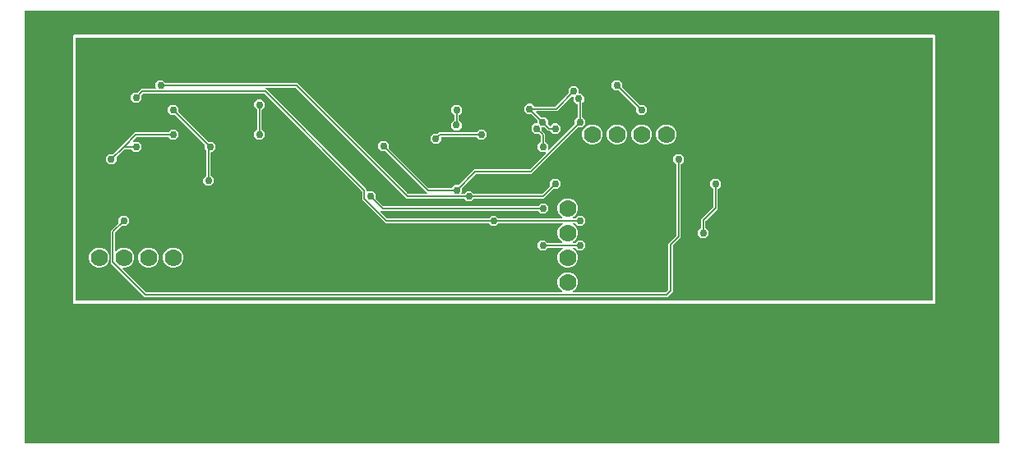
<source format=gbr>
G04 EAGLE Gerber RS-274X export*
G75*
%MOMM*%
%FSLAX34Y34*%
%LPD*%
%INBottom Copper*%
%IPPOS*%
%AMOC8*
5,1,8,0,0,1.08239X$1,22.5*%
G01*
%ADD10C,1.778000*%
%ADD11C,0.756400*%
%ADD12C,0.152400*%

G36*
X1066820Y-140458D02*
X1066820Y-140458D01*
X1066839Y-140460D01*
X1066941Y-140438D01*
X1067043Y-140422D01*
X1067060Y-140412D01*
X1067080Y-140408D01*
X1067169Y-140355D01*
X1067260Y-140306D01*
X1067274Y-140292D01*
X1067291Y-140282D01*
X1067358Y-140203D01*
X1067430Y-140128D01*
X1067438Y-140110D01*
X1067451Y-140095D01*
X1067490Y-139999D01*
X1067533Y-139905D01*
X1067535Y-139885D01*
X1067543Y-139867D01*
X1067561Y-139700D01*
X1067561Y304800D01*
X1067558Y304820D01*
X1067560Y304839D01*
X1067538Y304941D01*
X1067522Y305043D01*
X1067512Y305060D01*
X1067508Y305080D01*
X1067455Y305169D01*
X1067406Y305260D01*
X1067392Y305274D01*
X1067382Y305291D01*
X1067303Y305358D01*
X1067228Y305430D01*
X1067210Y305438D01*
X1067195Y305451D01*
X1067099Y305490D01*
X1067005Y305533D01*
X1066985Y305535D01*
X1066967Y305543D01*
X1066800Y305561D01*
X63500Y305561D01*
X63480Y305558D01*
X63461Y305560D01*
X63359Y305538D01*
X63257Y305522D01*
X63240Y305512D01*
X63220Y305508D01*
X63131Y305455D01*
X63040Y305406D01*
X63026Y305392D01*
X63009Y305382D01*
X62942Y305303D01*
X62871Y305228D01*
X62862Y305210D01*
X62849Y305195D01*
X62810Y305099D01*
X62767Y305005D01*
X62765Y304985D01*
X62757Y304967D01*
X62739Y304800D01*
X62739Y-139700D01*
X62742Y-139720D01*
X62740Y-139739D01*
X62762Y-139841D01*
X62779Y-139943D01*
X62788Y-139960D01*
X62792Y-139980D01*
X62845Y-140069D01*
X62894Y-140160D01*
X62908Y-140174D01*
X62918Y-140191D01*
X62997Y-140258D01*
X63072Y-140330D01*
X63090Y-140338D01*
X63105Y-140351D01*
X63201Y-140390D01*
X63295Y-140433D01*
X63315Y-140435D01*
X63333Y-140443D01*
X63500Y-140461D01*
X1066800Y-140461D01*
X1066820Y-140458D01*
G37*
%LPC*%
G36*
X113668Y3555D02*
X113668Y3555D01*
X112775Y4448D01*
X112775Y279932D01*
X113668Y280825D01*
X1000632Y280825D01*
X1001525Y279932D01*
X1001525Y4448D01*
X1000632Y3555D01*
X113668Y3555D01*
G37*
%LPD*%
G36*
X997734Y6608D02*
X997734Y6608D01*
X997753Y6606D01*
X997855Y6628D01*
X997957Y6644D01*
X997974Y6654D01*
X997994Y6658D01*
X998083Y6711D01*
X998174Y6760D01*
X998188Y6774D01*
X998205Y6784D01*
X998272Y6863D01*
X998344Y6938D01*
X998352Y6956D01*
X998365Y6971D01*
X998404Y7067D01*
X998447Y7161D01*
X998449Y7181D01*
X998457Y7199D01*
X998475Y7366D01*
X998475Y277014D01*
X998472Y277034D01*
X998474Y277053D01*
X998452Y277155D01*
X998436Y277257D01*
X998426Y277274D01*
X998422Y277294D01*
X998369Y277383D01*
X998320Y277474D01*
X998306Y277488D01*
X998296Y277505D01*
X998217Y277572D01*
X998142Y277644D01*
X998124Y277652D01*
X998109Y277665D01*
X998013Y277704D01*
X997919Y277747D01*
X997899Y277749D01*
X997881Y277757D01*
X997714Y277775D01*
X116586Y277775D01*
X116566Y277772D01*
X116547Y277774D01*
X116445Y277752D01*
X116343Y277736D01*
X116326Y277726D01*
X116306Y277722D01*
X116217Y277669D01*
X116126Y277620D01*
X116112Y277606D01*
X116095Y277596D01*
X116028Y277517D01*
X115956Y277442D01*
X115948Y277424D01*
X115935Y277409D01*
X115896Y277313D01*
X115853Y277219D01*
X115851Y277199D01*
X115843Y277181D01*
X115825Y277014D01*
X115825Y7366D01*
X115828Y7346D01*
X115826Y7327D01*
X115848Y7225D01*
X115864Y7123D01*
X115874Y7106D01*
X115878Y7086D01*
X115931Y6997D01*
X115980Y6906D01*
X115994Y6892D01*
X116004Y6875D01*
X116083Y6808D01*
X116158Y6736D01*
X116176Y6728D01*
X116191Y6715D01*
X116287Y6676D01*
X116381Y6633D01*
X116401Y6631D01*
X116419Y6623D01*
X116586Y6605D01*
X997714Y6605D01*
X997734Y6608D01*
G37*
%LPC*%
G36*
X620228Y40385D02*
X620228Y40385D01*
X616400Y41971D01*
X613471Y44900D01*
X611885Y48728D01*
X611885Y52872D01*
X613471Y56700D01*
X616400Y59629D01*
X616689Y59749D01*
X616772Y59800D01*
X616858Y59846D01*
X616876Y59865D01*
X616898Y59878D01*
X616960Y59953D01*
X617027Y60024D01*
X617038Y60048D01*
X617055Y60068D01*
X617090Y60159D01*
X617131Y60247D01*
X617134Y60273D01*
X617143Y60297D01*
X617147Y60395D01*
X617158Y60491D01*
X617152Y60517D01*
X617154Y60543D01*
X617126Y60637D01*
X617106Y60732D01*
X617092Y60754D01*
X617085Y60779D01*
X617030Y60859D01*
X616980Y60943D01*
X616960Y60960D01*
X616945Y60981D01*
X616867Y61039D01*
X616793Y61103D01*
X616768Y61113D01*
X616747Y61128D01*
X616655Y61158D01*
X616565Y61195D01*
X616532Y61198D01*
X616514Y61204D01*
X616481Y61204D01*
X616398Y61213D01*
X602433Y61213D01*
X602343Y61199D01*
X602252Y61191D01*
X602223Y61179D01*
X602191Y61174D01*
X602110Y61131D01*
X602026Y61095D01*
X601994Y61069D01*
X601973Y61058D01*
X601951Y61035D01*
X601895Y60990D01*
X599098Y58193D01*
X594702Y58193D01*
X591593Y61302D01*
X591593Y65698D01*
X594702Y68807D01*
X599098Y68807D01*
X601895Y66010D01*
X601969Y65957D01*
X602039Y65897D01*
X602069Y65885D01*
X602095Y65866D01*
X602182Y65839D01*
X602267Y65805D01*
X602308Y65801D01*
X602330Y65794D01*
X602362Y65795D01*
X602433Y65787D01*
X616398Y65787D01*
X616494Y65802D01*
X616591Y65812D01*
X616615Y65822D01*
X616641Y65826D01*
X616726Y65872D01*
X616816Y65912D01*
X616835Y65929D01*
X616858Y65942D01*
X616925Y66012D01*
X616997Y66078D01*
X617009Y66101D01*
X617027Y66120D01*
X617068Y66208D01*
X617115Y66294D01*
X617120Y66319D01*
X617131Y66343D01*
X617142Y66440D01*
X617159Y66536D01*
X617155Y66562D01*
X617158Y66587D01*
X617137Y66682D01*
X617123Y66779D01*
X617111Y66802D01*
X617106Y66828D01*
X617056Y66911D01*
X617012Y66998D01*
X616993Y67017D01*
X616980Y67039D01*
X616906Y67102D01*
X616836Y67170D01*
X616808Y67186D01*
X616793Y67199D01*
X616762Y67211D01*
X616689Y67251D01*
X616400Y67371D01*
X613471Y70300D01*
X611885Y74128D01*
X611885Y78272D01*
X613471Y82100D01*
X616400Y85029D01*
X616689Y85149D01*
X616772Y85200D01*
X616858Y85246D01*
X616876Y85265D01*
X616898Y85278D01*
X616960Y85353D01*
X617027Y85424D01*
X617038Y85448D01*
X617055Y85468D01*
X617090Y85559D01*
X617131Y85647D01*
X617134Y85673D01*
X617143Y85697D01*
X617147Y85795D01*
X617158Y85891D01*
X617152Y85917D01*
X617154Y85943D01*
X617126Y86037D01*
X617106Y86132D01*
X617092Y86154D01*
X617085Y86179D01*
X617030Y86259D01*
X616980Y86343D01*
X616960Y86360D01*
X616945Y86381D01*
X616867Y86439D01*
X616793Y86503D01*
X616768Y86513D01*
X616747Y86528D01*
X616655Y86558D01*
X616565Y86595D01*
X616532Y86598D01*
X616514Y86604D01*
X616481Y86604D01*
X616398Y86613D01*
X551633Y86613D01*
X551543Y86599D01*
X551452Y86591D01*
X551423Y86579D01*
X551391Y86574D01*
X551310Y86531D01*
X551226Y86495D01*
X551194Y86469D01*
X551173Y86458D01*
X551151Y86435D01*
X551095Y86390D01*
X548298Y83593D01*
X543902Y83593D01*
X541105Y86390D01*
X541031Y86443D01*
X540961Y86503D01*
X540931Y86515D01*
X540905Y86534D01*
X540818Y86561D01*
X540733Y86595D01*
X540692Y86599D01*
X540670Y86606D01*
X540638Y86605D01*
X540567Y86613D01*
X434971Y86613D01*
X410745Y110839D01*
X410745Y119105D01*
X410731Y119196D01*
X410723Y119286D01*
X410711Y119316D01*
X410706Y119348D01*
X410663Y119429D01*
X410627Y119513D01*
X410601Y119545D01*
X410590Y119566D01*
X410567Y119588D01*
X410551Y119608D01*
X410546Y119616D01*
X410541Y119621D01*
X410522Y119644D01*
X310144Y220022D01*
X310070Y220075D01*
X310000Y220135D01*
X309970Y220147D01*
X309944Y220166D01*
X309857Y220193D01*
X309772Y220227D01*
X309731Y220231D01*
X309709Y220238D01*
X309677Y220237D01*
X309605Y220245D01*
X185695Y220245D01*
X185604Y220231D01*
X185514Y220223D01*
X185484Y220211D01*
X185452Y220206D01*
X185371Y220163D01*
X185287Y220127D01*
X185255Y220101D01*
X185234Y220090D01*
X185212Y220067D01*
X185156Y220022D01*
X183330Y218196D01*
X183277Y218122D01*
X183217Y218052D01*
X183205Y218022D01*
X183186Y217996D01*
X183159Y217909D01*
X183125Y217824D01*
X183121Y217783D01*
X183114Y217761D01*
X183115Y217729D01*
X183107Y217657D01*
X183107Y213702D01*
X179998Y210593D01*
X175602Y210593D01*
X172493Y213702D01*
X172493Y218098D01*
X175602Y221207D01*
X179557Y221207D01*
X179648Y221221D01*
X179738Y221229D01*
X179768Y221241D01*
X179800Y221246D01*
X179881Y221289D01*
X179965Y221325D01*
X179997Y221351D01*
X180018Y221362D01*
X180040Y221385D01*
X180096Y221430D01*
X183485Y224819D01*
X197639Y224819D01*
X197709Y224830D01*
X197781Y224832D01*
X197830Y224850D01*
X197881Y224858D01*
X197945Y224892D01*
X198012Y224917D01*
X198053Y224949D01*
X198099Y224974D01*
X198148Y225026D01*
X198204Y225070D01*
X198232Y225114D01*
X198268Y225152D01*
X198298Y225217D01*
X198337Y225277D01*
X198350Y225328D01*
X198372Y225375D01*
X198380Y225446D01*
X198397Y225516D01*
X198393Y225568D01*
X198399Y225619D01*
X198384Y225690D01*
X198378Y225761D01*
X198358Y225809D01*
X198347Y225860D01*
X198310Y225921D01*
X198282Y225987D01*
X198237Y226043D01*
X198220Y226071D01*
X198203Y226086D01*
X198177Y226118D01*
X197893Y226402D01*
X197893Y230798D01*
X201002Y233907D01*
X205398Y233907D01*
X208195Y231110D01*
X208269Y231057D01*
X208339Y230997D01*
X208369Y230985D01*
X208395Y230966D01*
X208482Y230939D01*
X208567Y230905D01*
X208608Y230901D01*
X208630Y230894D01*
X208662Y230895D01*
X208733Y230887D01*
X343847Y230887D01*
X457924Y116810D01*
X457998Y116757D01*
X458068Y116697D01*
X458098Y116685D01*
X458124Y116666D01*
X458211Y116639D01*
X458296Y116605D01*
X458337Y116601D01*
X458359Y116594D01*
X458391Y116595D01*
X458462Y116587D01*
X477090Y116587D01*
X477161Y116598D01*
X477233Y116600D01*
X477282Y116618D01*
X477333Y116626D01*
X477396Y116660D01*
X477464Y116685D01*
X477504Y116717D01*
X477550Y116742D01*
X477600Y116794D01*
X477656Y116838D01*
X477684Y116882D01*
X477720Y116920D01*
X477750Y116985D01*
X477789Y117045D01*
X477801Y117096D01*
X477823Y117143D01*
X477831Y117214D01*
X477849Y117284D01*
X477845Y117336D01*
X477850Y117387D01*
X477835Y117458D01*
X477830Y117529D01*
X477809Y117577D01*
X477798Y117628D01*
X477761Y117689D01*
X477733Y117755D01*
X477688Y117811D01*
X477672Y117839D01*
X477654Y117854D01*
X477628Y117886D01*
X475871Y119644D01*
X435020Y160495D01*
X434946Y160548D01*
X434877Y160607D01*
X434847Y160619D01*
X434820Y160638D01*
X434733Y160665D01*
X434649Y160699D01*
X434608Y160704D01*
X434585Y160711D01*
X434553Y160710D01*
X434482Y160718D01*
X430526Y160718D01*
X427418Y163826D01*
X427418Y168222D01*
X430526Y171331D01*
X434922Y171331D01*
X438031Y168222D01*
X438031Y164267D01*
X438046Y164177D01*
X438053Y164086D01*
X438066Y164056D01*
X438071Y164024D01*
X438114Y163943D01*
X438149Y163860D01*
X438175Y163827D01*
X438186Y163807D01*
X438209Y163785D01*
X438254Y163729D01*
X479105Y122878D01*
X479179Y122825D01*
X479248Y122765D01*
X479278Y122753D01*
X479305Y122734D01*
X479392Y122707D01*
X479476Y122673D01*
X479517Y122669D01*
X479540Y122662D01*
X479572Y122663D01*
X479643Y122655D01*
X502467Y122655D01*
X502557Y122669D01*
X502648Y122677D01*
X502677Y122689D01*
X502709Y122694D01*
X502790Y122737D01*
X502874Y122773D01*
X502906Y122799D01*
X502927Y122810D01*
X502949Y122833D01*
X503005Y122878D01*
X505802Y125675D01*
X509757Y125675D01*
X509848Y125689D01*
X509938Y125697D01*
X509968Y125709D01*
X510000Y125714D01*
X510081Y125757D01*
X510165Y125793D01*
X510197Y125819D01*
X510218Y125830D01*
X510240Y125853D01*
X510296Y125898D01*
X526385Y141987D01*
X582937Y141987D01*
X583028Y142001D01*
X583118Y142009D01*
X583148Y142021D01*
X583180Y142026D01*
X583261Y142069D01*
X583345Y142105D01*
X583377Y142131D01*
X583398Y142142D01*
X583420Y142165D01*
X583476Y142210D01*
X599760Y158494D01*
X599802Y158552D01*
X599851Y158604D01*
X599873Y158651D01*
X599903Y158693D01*
X599924Y158762D01*
X599955Y158827D01*
X599960Y158879D01*
X599976Y158929D01*
X599974Y159000D01*
X599982Y159071D01*
X599971Y159122D01*
X599969Y159174D01*
X599945Y159242D01*
X599930Y159312D01*
X599903Y159357D01*
X599885Y159405D01*
X599840Y159461D01*
X599803Y159523D01*
X599764Y159557D01*
X599731Y159597D01*
X599671Y159636D01*
X599616Y159683D01*
X599568Y159702D01*
X599524Y159730D01*
X599455Y159748D01*
X599388Y159775D01*
X599317Y159783D01*
X599286Y159791D01*
X599262Y159789D01*
X599222Y159793D01*
X594702Y159793D01*
X591593Y162902D01*
X591593Y167298D01*
X594390Y170095D01*
X594443Y170169D01*
X594503Y170239D01*
X594515Y170269D01*
X594534Y170295D01*
X594561Y170382D01*
X594595Y170467D01*
X594599Y170508D01*
X594606Y170530D01*
X594605Y170562D01*
X594613Y170633D01*
X594613Y176284D01*
X594599Y176374D01*
X594591Y176465D01*
X594579Y176495D01*
X594574Y176527D01*
X594531Y176608D01*
X594495Y176691D01*
X594469Y176724D01*
X594458Y176744D01*
X594435Y176766D01*
X594390Y176822D01*
X592719Y178494D01*
X592645Y178547D01*
X592576Y178606D01*
X592546Y178618D01*
X592519Y178637D01*
X592432Y178664D01*
X592348Y178698D01*
X592307Y178703D01*
X592284Y178710D01*
X592252Y178709D01*
X592181Y178717D01*
X588225Y178717D01*
X585117Y181825D01*
X585117Y186221D01*
X588225Y189330D01*
X590731Y189330D01*
X590751Y189333D01*
X590770Y189331D01*
X590872Y189353D01*
X590974Y189370D01*
X590991Y189379D01*
X591011Y189383D01*
X591100Y189437D01*
X591191Y189485D01*
X591205Y189499D01*
X591222Y189510D01*
X591289Y189588D01*
X591361Y189663D01*
X591369Y189681D01*
X591382Y189696D01*
X591421Y189793D01*
X591464Y189886D01*
X591466Y189906D01*
X591474Y189925D01*
X591492Y190091D01*
X591492Y192358D01*
X591478Y192449D01*
X591470Y192539D01*
X591458Y192569D01*
X591453Y192601D01*
X591410Y192682D01*
X591374Y192766D01*
X591348Y192798D01*
X591337Y192819D01*
X591314Y192841D01*
X591269Y192897D01*
X585414Y198752D01*
X585340Y198806D01*
X585270Y198865D01*
X585240Y198877D01*
X585214Y198896D01*
X585127Y198923D01*
X585042Y198957D01*
X585001Y198962D01*
X584979Y198968D01*
X584947Y198968D01*
X584875Y198975D01*
X580920Y198975D01*
X577811Y202084D01*
X577811Y206480D01*
X580920Y209589D01*
X585316Y209589D01*
X588113Y206792D01*
X588187Y206739D01*
X588256Y206679D01*
X588287Y206667D01*
X588313Y206648D01*
X588400Y206622D01*
X588485Y206587D01*
X588525Y206583D01*
X588548Y206576D01*
X588580Y206577D01*
X588651Y206569D01*
X609267Y206569D01*
X609357Y206584D01*
X609448Y206591D01*
X609478Y206603D01*
X609510Y206609D01*
X609591Y206651D01*
X609675Y206687D01*
X609707Y206713D01*
X609727Y206724D01*
X609750Y206747D01*
X609806Y206792D01*
X623044Y220030D01*
X623097Y220104D01*
X623157Y220174D01*
X623169Y220204D01*
X623188Y220230D01*
X623214Y220317D01*
X623249Y220402D01*
X623253Y220443D01*
X623260Y220465D01*
X623259Y220497D01*
X623267Y220569D01*
X623267Y224524D01*
X626376Y227633D01*
X630772Y227633D01*
X633881Y224524D01*
X633881Y220836D01*
X633884Y220816D01*
X633882Y220797D01*
X633904Y220695D01*
X633920Y220593D01*
X633930Y220576D01*
X633934Y220556D01*
X633987Y220467D01*
X634035Y220376D01*
X634050Y220362D01*
X634060Y220345D01*
X634139Y220278D01*
X634214Y220206D01*
X634232Y220198D01*
X634247Y220185D01*
X634343Y220146D01*
X634437Y220103D01*
X634457Y220101D01*
X634475Y220093D01*
X634642Y220075D01*
X636066Y220075D01*
X639175Y216966D01*
X639175Y212570D01*
X637510Y210905D01*
X637457Y210831D01*
X637397Y210761D01*
X637385Y210731D01*
X637366Y210705D01*
X637339Y210618D01*
X637305Y210533D01*
X637301Y210492D01*
X637294Y210470D01*
X637295Y210438D01*
X637287Y210367D01*
X637287Y196033D01*
X637301Y195943D01*
X637309Y195852D01*
X637321Y195823D01*
X637326Y195791D01*
X637369Y195710D01*
X637405Y195626D01*
X637431Y195594D01*
X637442Y195573D01*
X637465Y195551D01*
X637485Y195526D01*
X637488Y195520D01*
X637492Y195517D01*
X637510Y195495D01*
X640307Y192698D01*
X640307Y188302D01*
X637198Y185193D01*
X633243Y185193D01*
X633152Y185179D01*
X633062Y185171D01*
X633032Y185159D01*
X633000Y185154D01*
X632919Y185111D01*
X632835Y185075D01*
X632803Y185049D01*
X632782Y185038D01*
X632760Y185015D01*
X632704Y184970D01*
X585147Y137413D01*
X528595Y137413D01*
X528504Y137399D01*
X528414Y137391D01*
X528384Y137379D01*
X528352Y137374D01*
X528271Y137331D01*
X528187Y137295D01*
X528155Y137269D01*
X528134Y137258D01*
X528118Y137241D01*
X528116Y137240D01*
X528108Y137232D01*
X528056Y137190D01*
X513530Y122664D01*
X513477Y122590D01*
X513417Y122520D01*
X513405Y122490D01*
X513386Y122464D01*
X513359Y122377D01*
X513325Y122292D01*
X513321Y122251D01*
X513314Y122229D01*
X513315Y122197D01*
X513307Y122125D01*
X513307Y118170D01*
X513023Y117886D01*
X512981Y117828D01*
X512932Y117776D01*
X512910Y117729D01*
X512880Y117687D01*
X512858Y117618D01*
X512828Y117553D01*
X512823Y117501D01*
X512807Y117451D01*
X512809Y117380D01*
X512801Y117309D01*
X512812Y117258D01*
X512814Y117206D01*
X512838Y117138D01*
X512853Y117068D01*
X512880Y117023D01*
X512898Y116975D01*
X512943Y116919D01*
X512980Y116857D01*
X513019Y116823D01*
X513052Y116783D01*
X513112Y116744D01*
X513167Y116697D01*
X513215Y116678D01*
X513259Y116650D01*
X513328Y116632D01*
X513395Y116605D01*
X513466Y116597D01*
X513497Y116589D01*
X513520Y116591D01*
X513561Y116587D01*
X515167Y116587D01*
X515257Y116601D01*
X515348Y116609D01*
X515377Y116621D01*
X515409Y116626D01*
X515490Y116669D01*
X515574Y116705D01*
X515606Y116731D01*
X515627Y116742D01*
X515649Y116765D01*
X515705Y116810D01*
X518502Y119607D01*
X522898Y119607D01*
X525695Y116810D01*
X525769Y116757D01*
X525839Y116697D01*
X525869Y116685D01*
X525895Y116666D01*
X525982Y116639D01*
X526067Y116605D01*
X526108Y116601D01*
X526130Y116594D01*
X526162Y116595D01*
X526233Y116587D01*
X595637Y116587D01*
X595728Y116601D01*
X595818Y116609D01*
X595848Y116621D01*
X595880Y116626D01*
X595961Y116669D01*
X596045Y116705D01*
X596077Y116731D01*
X596098Y116742D01*
X596120Y116765D01*
X596176Y116810D01*
X604070Y124704D01*
X604116Y124768D01*
X604134Y124787D01*
X604138Y124795D01*
X604183Y124848D01*
X604195Y124878D01*
X604214Y124904D01*
X604241Y124991D01*
X604275Y125076D01*
X604279Y125117D01*
X604286Y125139D01*
X604285Y125171D01*
X604293Y125243D01*
X604293Y129198D01*
X607402Y132307D01*
X611798Y132307D01*
X614907Y129198D01*
X614907Y124802D01*
X611798Y121693D01*
X607843Y121693D01*
X607752Y121679D01*
X607662Y121671D01*
X607632Y121659D01*
X607600Y121654D01*
X607519Y121611D01*
X607435Y121575D01*
X607403Y121549D01*
X607382Y121538D01*
X607360Y121515D01*
X607304Y121470D01*
X597847Y112013D01*
X526233Y112013D01*
X526143Y111999D01*
X526052Y111991D01*
X526023Y111979D01*
X525991Y111974D01*
X525910Y111931D01*
X525826Y111895D01*
X525794Y111869D01*
X525773Y111858D01*
X525751Y111835D01*
X525695Y111790D01*
X522898Y108993D01*
X518502Y108993D01*
X515705Y111790D01*
X515631Y111843D01*
X515561Y111903D01*
X515531Y111915D01*
X515505Y111934D01*
X515418Y111961D01*
X515333Y111995D01*
X515292Y111999D01*
X515270Y112006D01*
X515238Y112005D01*
X515167Y112013D01*
X456253Y112013D01*
X454690Y113576D01*
X342176Y226090D01*
X342102Y226143D01*
X342032Y226203D01*
X342002Y226215D01*
X341976Y226234D01*
X341889Y226261D01*
X341804Y226295D01*
X341763Y226299D01*
X341741Y226306D01*
X341709Y226305D01*
X341637Y226313D01*
X312158Y226313D01*
X312088Y226302D01*
X312016Y226300D01*
X311967Y226282D01*
X311916Y226274D01*
X311852Y226240D01*
X311785Y226215D01*
X311744Y226183D01*
X311698Y226158D01*
X311649Y226106D01*
X311593Y226062D01*
X311565Y226018D01*
X311529Y225980D01*
X311499Y225915D01*
X311460Y225855D01*
X311447Y225804D01*
X311425Y225757D01*
X311417Y225686D01*
X311400Y225616D01*
X311404Y225564D01*
X311398Y225513D01*
X311413Y225442D01*
X311419Y225371D01*
X311439Y225323D01*
X311450Y225272D01*
X311487Y225211D01*
X311515Y225145D01*
X311560Y225089D01*
X311577Y225061D01*
X311594Y225046D01*
X311620Y225014D01*
X313378Y223256D01*
X415319Y121315D01*
X415319Y119861D01*
X415320Y119852D01*
X415320Y119847D01*
X415325Y119821D01*
X415330Y119791D01*
X415332Y119719D01*
X415350Y119670D01*
X415358Y119619D01*
X415392Y119555D01*
X415417Y119488D01*
X415449Y119447D01*
X415474Y119401D01*
X415526Y119352D01*
X415570Y119296D01*
X415614Y119268D01*
X415652Y119232D01*
X415717Y119202D01*
X415777Y119163D01*
X415828Y119150D01*
X415875Y119128D01*
X415946Y119120D01*
X416016Y119103D01*
X416068Y119107D01*
X416119Y119101D01*
X416190Y119116D01*
X416261Y119122D01*
X416309Y119142D01*
X416360Y119153D01*
X416421Y119190D01*
X416487Y119218D01*
X416543Y119263D01*
X416571Y119280D01*
X416586Y119297D01*
X416618Y119323D01*
X416902Y119607D01*
X421298Y119607D01*
X424407Y116498D01*
X424407Y112543D01*
X424421Y112452D01*
X424429Y112362D01*
X424441Y112332D01*
X424446Y112300D01*
X424489Y112219D01*
X424525Y112135D01*
X424551Y112103D01*
X424562Y112082D01*
X424585Y112060D01*
X424630Y112004D01*
X432524Y104110D01*
X432598Y104057D01*
X432668Y103997D01*
X432698Y103985D01*
X432724Y103966D01*
X432811Y103939D01*
X432896Y103905D01*
X432937Y103901D01*
X432959Y103894D01*
X432991Y103895D01*
X433063Y103887D01*
X591367Y103887D01*
X591457Y103901D01*
X591548Y103909D01*
X591577Y103921D01*
X591609Y103926D01*
X591690Y103969D01*
X591774Y104005D01*
X591806Y104031D01*
X591827Y104042D01*
X591839Y104054D01*
X591840Y104055D01*
X591852Y104067D01*
X591905Y104110D01*
X594702Y106907D01*
X599098Y106907D01*
X602207Y103798D01*
X602207Y99402D01*
X599098Y96293D01*
X594702Y96293D01*
X591905Y99090D01*
X591831Y99143D01*
X591761Y99203D01*
X591731Y99215D01*
X591705Y99234D01*
X591618Y99261D01*
X591533Y99295D01*
X591492Y99299D01*
X591470Y99306D01*
X591438Y99305D01*
X591367Y99313D01*
X430577Y99313D01*
X430506Y99302D01*
X430435Y99300D01*
X430386Y99282D01*
X430334Y99274D01*
X430271Y99240D01*
X430204Y99215D01*
X430163Y99183D01*
X430117Y99158D01*
X430067Y99106D01*
X430011Y99062D01*
X429983Y99018D01*
X429947Y98980D01*
X429917Y98915D01*
X429878Y98855D01*
X429866Y98804D01*
X429844Y98757D01*
X429836Y98686D01*
X429818Y98616D01*
X429822Y98564D01*
X429817Y98513D01*
X429832Y98442D01*
X429838Y98371D01*
X429858Y98323D01*
X429869Y98272D01*
X429906Y98211D01*
X429934Y98145D01*
X429979Y98089D01*
X429995Y98061D01*
X430013Y98046D01*
X430039Y98014D01*
X436643Y91410D01*
X436717Y91357D01*
X436786Y91297D01*
X436816Y91285D01*
X436842Y91266D01*
X436929Y91239D01*
X437014Y91205D01*
X437055Y91201D01*
X437078Y91194D01*
X437110Y91195D01*
X437181Y91187D01*
X540567Y91187D01*
X540657Y91201D01*
X540748Y91209D01*
X540777Y91221D01*
X540809Y91226D01*
X540890Y91269D01*
X540974Y91305D01*
X541006Y91331D01*
X541027Y91342D01*
X541049Y91365D01*
X541105Y91410D01*
X543902Y94207D01*
X548298Y94207D01*
X551095Y91410D01*
X551169Y91357D01*
X551239Y91297D01*
X551269Y91285D01*
X551295Y91266D01*
X551382Y91239D01*
X551467Y91205D01*
X551508Y91201D01*
X551530Y91194D01*
X551562Y91195D01*
X551633Y91187D01*
X616398Y91187D01*
X616494Y91202D01*
X616591Y91212D01*
X616615Y91222D01*
X616641Y91226D01*
X616726Y91272D01*
X616816Y91312D01*
X616835Y91329D01*
X616858Y91342D01*
X616925Y91412D01*
X616997Y91478D01*
X617009Y91501D01*
X617027Y91520D01*
X617068Y91608D01*
X617115Y91694D01*
X617120Y91719D01*
X617131Y91743D01*
X617142Y91840D01*
X617159Y91936D01*
X617155Y91962D01*
X617158Y91987D01*
X617137Y92082D01*
X617123Y92179D01*
X617111Y92202D01*
X617106Y92228D01*
X617056Y92311D01*
X617012Y92398D01*
X616993Y92417D01*
X616980Y92439D01*
X616906Y92502D01*
X616836Y92570D01*
X616808Y92586D01*
X616793Y92599D01*
X616762Y92611D01*
X616689Y92651D01*
X616400Y92771D01*
X613471Y95700D01*
X611885Y99528D01*
X611885Y103672D01*
X613471Y107500D01*
X616400Y110429D01*
X620228Y112015D01*
X624372Y112015D01*
X628200Y110429D01*
X631129Y107500D01*
X632715Y103672D01*
X632715Y99528D01*
X631129Y95700D01*
X628200Y92771D01*
X627911Y92651D01*
X627828Y92600D01*
X627742Y92554D01*
X627724Y92535D01*
X627702Y92522D01*
X627640Y92447D01*
X627573Y92376D01*
X627562Y92352D01*
X627545Y92332D01*
X627510Y92241D01*
X627469Y92153D01*
X627466Y92127D01*
X627457Y92103D01*
X627453Y92005D01*
X627442Y91909D01*
X627448Y91883D01*
X627446Y91857D01*
X627474Y91763D01*
X627494Y91668D01*
X627508Y91646D01*
X627515Y91621D01*
X627570Y91541D01*
X627620Y91457D01*
X627640Y91440D01*
X627655Y91419D01*
X627733Y91361D01*
X627807Y91297D01*
X627832Y91287D01*
X627853Y91272D01*
X627945Y91242D01*
X628035Y91205D01*
X628068Y91202D01*
X628086Y91196D01*
X628119Y91196D01*
X628202Y91187D01*
X629467Y91187D01*
X629557Y91201D01*
X629648Y91209D01*
X629677Y91221D01*
X629709Y91226D01*
X629790Y91269D01*
X629874Y91305D01*
X629906Y91331D01*
X629927Y91342D01*
X629949Y91365D01*
X630005Y91410D01*
X632802Y94207D01*
X637198Y94207D01*
X640307Y91098D01*
X640307Y86702D01*
X637198Y83593D01*
X632802Y83593D01*
X630005Y86390D01*
X629931Y86443D01*
X629861Y86503D01*
X629831Y86515D01*
X629805Y86534D01*
X629718Y86561D01*
X629633Y86595D01*
X629592Y86599D01*
X629570Y86606D01*
X629538Y86605D01*
X629467Y86613D01*
X628202Y86613D01*
X628106Y86598D01*
X628009Y86588D01*
X627985Y86578D01*
X627959Y86574D01*
X627874Y86528D01*
X627784Y86488D01*
X627765Y86471D01*
X627742Y86458D01*
X627675Y86388D01*
X627603Y86322D01*
X627591Y86299D01*
X627573Y86280D01*
X627532Y86192D01*
X627485Y86106D01*
X627480Y86081D01*
X627469Y86057D01*
X627458Y85960D01*
X627441Y85864D01*
X627445Y85838D01*
X627442Y85813D01*
X627463Y85718D01*
X627477Y85621D01*
X627489Y85598D01*
X627494Y85572D01*
X627544Y85489D01*
X627588Y85402D01*
X627607Y85383D01*
X627620Y85361D01*
X627694Y85298D01*
X627764Y85230D01*
X627792Y85214D01*
X627807Y85201D01*
X627838Y85189D01*
X627911Y85149D01*
X628200Y85029D01*
X631129Y82100D01*
X632715Y78272D01*
X632715Y74128D01*
X631129Y70300D01*
X628200Y67371D01*
X627911Y67251D01*
X627828Y67200D01*
X627742Y67154D01*
X627724Y67135D01*
X627702Y67122D01*
X627640Y67047D01*
X627573Y66976D01*
X627562Y66952D01*
X627545Y66932D01*
X627510Y66841D01*
X627469Y66753D01*
X627466Y66727D01*
X627457Y66703D01*
X627453Y66605D01*
X627442Y66509D01*
X627448Y66483D01*
X627446Y66457D01*
X627474Y66363D01*
X627494Y66268D01*
X627508Y66246D01*
X627515Y66221D01*
X627570Y66141D01*
X627620Y66057D01*
X627640Y66040D01*
X627655Y66019D01*
X627733Y65961D01*
X627807Y65897D01*
X627832Y65887D01*
X627853Y65872D01*
X627945Y65842D01*
X628035Y65805D01*
X628068Y65802D01*
X628086Y65796D01*
X628119Y65796D01*
X628202Y65787D01*
X629467Y65787D01*
X629557Y65801D01*
X629648Y65809D01*
X629677Y65821D01*
X629709Y65826D01*
X629790Y65869D01*
X629874Y65905D01*
X629906Y65931D01*
X629927Y65942D01*
X629949Y65965D01*
X630005Y66010D01*
X632802Y68807D01*
X637198Y68807D01*
X640307Y65698D01*
X640307Y61302D01*
X637198Y58193D01*
X632802Y58193D01*
X630005Y60990D01*
X629931Y61043D01*
X629861Y61103D01*
X629831Y61115D01*
X629805Y61134D01*
X629718Y61161D01*
X629633Y61195D01*
X629592Y61199D01*
X629570Y61206D01*
X629538Y61205D01*
X629467Y61213D01*
X628202Y61213D01*
X628106Y61198D01*
X628009Y61188D01*
X627985Y61178D01*
X627959Y61174D01*
X627874Y61128D01*
X627784Y61088D01*
X627765Y61071D01*
X627742Y61058D01*
X627675Y60988D01*
X627603Y60922D01*
X627591Y60899D01*
X627573Y60880D01*
X627532Y60792D01*
X627485Y60706D01*
X627480Y60681D01*
X627469Y60657D01*
X627458Y60560D01*
X627441Y60464D01*
X627445Y60438D01*
X627442Y60413D01*
X627463Y60318D01*
X627477Y60221D01*
X627489Y60198D01*
X627494Y60172D01*
X627544Y60089D01*
X627588Y60002D01*
X627607Y59983D01*
X627620Y59961D01*
X627694Y59898D01*
X627764Y59830D01*
X627792Y59814D01*
X627807Y59801D01*
X627838Y59789D01*
X627911Y59749D01*
X628200Y59629D01*
X631129Y56700D01*
X632715Y52872D01*
X632715Y48728D01*
X631129Y44900D01*
X628200Y41971D01*
X624372Y40385D01*
X620228Y40385D01*
G37*
%LPD*%
%LPC*%
G36*
X186447Y10413D02*
X186447Y10413D01*
X151637Y45223D01*
X151637Y78671D01*
X159570Y86604D01*
X159623Y86678D01*
X159683Y86748D01*
X159695Y86778D01*
X159714Y86804D01*
X159741Y86891D01*
X159752Y86919D01*
X159765Y86948D01*
X159766Y86953D01*
X159775Y86976D01*
X159779Y87017D01*
X159786Y87039D01*
X159785Y87071D01*
X159793Y87143D01*
X159793Y91098D01*
X162902Y94207D01*
X167298Y94207D01*
X170407Y91098D01*
X170407Y86702D01*
X167298Y83593D01*
X163343Y83593D01*
X163252Y83579D01*
X163162Y83571D01*
X163132Y83559D01*
X163100Y83554D01*
X163019Y83511D01*
X162935Y83475D01*
X162903Y83449D01*
X162882Y83438D01*
X162860Y83415D01*
X162804Y83370D01*
X156434Y77000D01*
X156387Y76934D01*
X156376Y76923D01*
X156373Y76917D01*
X156321Y76856D01*
X156309Y76826D01*
X156290Y76800D01*
X156263Y76713D01*
X156229Y76628D01*
X156225Y76587D01*
X156218Y76565D01*
X156219Y76533D01*
X156211Y76461D01*
X156211Y58477D01*
X156222Y58406D01*
X156224Y58335D01*
X156242Y58286D01*
X156250Y58234D01*
X156284Y58171D01*
X156309Y58104D01*
X156341Y58063D01*
X156366Y58017D01*
X156418Y57968D01*
X156462Y57912D01*
X156506Y57884D01*
X156544Y57848D01*
X156609Y57818D01*
X156669Y57779D01*
X156720Y57766D01*
X156767Y57744D01*
X156838Y57736D01*
X156908Y57719D01*
X156960Y57723D01*
X157011Y57717D01*
X157082Y57732D01*
X157153Y57738D01*
X157201Y57758D01*
X157252Y57769D01*
X157313Y57806D01*
X157379Y57834D01*
X157435Y57879D01*
X157463Y57895D01*
X157478Y57913D01*
X157510Y57939D01*
X159200Y59629D01*
X163028Y61215D01*
X167172Y61215D01*
X171000Y59629D01*
X173929Y56700D01*
X175515Y52872D01*
X175515Y48728D01*
X173929Y44900D01*
X171000Y41971D01*
X167172Y40385D01*
X164781Y40385D01*
X164710Y40374D01*
X164639Y40372D01*
X164590Y40354D01*
X164538Y40346D01*
X164475Y40312D01*
X164408Y40287D01*
X164367Y40255D01*
X164321Y40230D01*
X164272Y40178D01*
X164216Y40134D01*
X164187Y40090D01*
X164152Y40052D01*
X164121Y39987D01*
X164083Y39927D01*
X164070Y39876D01*
X164048Y39829D01*
X164040Y39758D01*
X164023Y39688D01*
X164027Y39636D01*
X164021Y39585D01*
X164036Y39514D01*
X164042Y39443D01*
X164062Y39395D01*
X164073Y39344D01*
X164110Y39283D01*
X164138Y39217D01*
X164183Y39161D01*
X164199Y39133D01*
X164217Y39118D01*
X164243Y39086D01*
X188119Y15210D01*
X188193Y15157D01*
X188262Y15097D01*
X188292Y15085D01*
X188319Y15066D01*
X188406Y15039D01*
X188490Y15005D01*
X188531Y15001D01*
X188554Y14994D01*
X188586Y14995D01*
X188657Y14987D01*
X616398Y14987D01*
X616494Y15002D01*
X616591Y15012D01*
X616615Y15022D01*
X616641Y15026D01*
X616727Y15072D01*
X616816Y15112D01*
X616835Y15129D01*
X616858Y15142D01*
X616925Y15212D01*
X616997Y15278D01*
X617009Y15301D01*
X617027Y15320D01*
X617068Y15408D01*
X617115Y15494D01*
X617120Y15519D01*
X617131Y15543D01*
X617142Y15640D01*
X617159Y15736D01*
X617155Y15762D01*
X617158Y15787D01*
X617137Y15883D01*
X617123Y15979D01*
X617111Y16002D01*
X617106Y16028D01*
X617056Y16111D01*
X617012Y16198D01*
X616993Y16217D01*
X616980Y16239D01*
X616906Y16302D01*
X616836Y16370D01*
X616808Y16386D01*
X616793Y16399D01*
X616762Y16411D01*
X616689Y16451D01*
X616400Y16571D01*
X613471Y19500D01*
X611885Y23328D01*
X611885Y27472D01*
X613471Y31300D01*
X616400Y34229D01*
X620228Y35815D01*
X624372Y35815D01*
X628200Y34229D01*
X631129Y31300D01*
X632715Y27472D01*
X632715Y23328D01*
X631129Y19500D01*
X628200Y16571D01*
X627911Y16451D01*
X627828Y16400D01*
X627742Y16354D01*
X627724Y16335D01*
X627702Y16322D01*
X627640Y16247D01*
X627573Y16176D01*
X627562Y16152D01*
X627545Y16132D01*
X627510Y16041D01*
X627469Y15953D01*
X627466Y15927D01*
X627457Y15903D01*
X627453Y15805D01*
X627442Y15709D01*
X627447Y15683D01*
X627446Y15657D01*
X627474Y15563D01*
X627494Y15468D01*
X627508Y15446D01*
X627515Y15421D01*
X627570Y15341D01*
X627620Y15257D01*
X627640Y15240D01*
X627655Y15219D01*
X627733Y15160D01*
X627807Y15097D01*
X627832Y15087D01*
X627853Y15072D01*
X627945Y15042D01*
X628035Y15005D01*
X628068Y15002D01*
X628086Y14996D01*
X628119Y14996D01*
X628202Y14987D01*
X722637Y14987D01*
X722728Y15001D01*
X722818Y15009D01*
X722848Y15021D01*
X722880Y15026D01*
X722961Y15069D01*
X723045Y15105D01*
X723077Y15131D01*
X723098Y15142D01*
X723120Y15165D01*
X723176Y15210D01*
X725896Y17930D01*
X725949Y18004D01*
X726009Y18074D01*
X726021Y18104D01*
X726040Y18130D01*
X726067Y18217D01*
X726101Y18302D01*
X726105Y18343D01*
X726112Y18365D01*
X726111Y18397D01*
X726119Y18469D01*
X726119Y65211D01*
X734090Y73182D01*
X734143Y73256D01*
X734203Y73325D01*
X734215Y73355D01*
X734234Y73381D01*
X734261Y73468D01*
X734295Y73553D01*
X734299Y73594D01*
X734306Y73617D01*
X734305Y73649D01*
X734313Y73720D01*
X734313Y146867D01*
X734299Y146957D01*
X734291Y147048D01*
X734279Y147077D01*
X734274Y147109D01*
X734231Y147190D01*
X734195Y147274D01*
X734169Y147306D01*
X734158Y147327D01*
X734135Y147349D01*
X734090Y147405D01*
X731293Y150202D01*
X731293Y154598D01*
X734402Y157707D01*
X738798Y157707D01*
X741907Y154598D01*
X741907Y150202D01*
X739110Y147405D01*
X739056Y147331D01*
X738997Y147261D01*
X738985Y147231D01*
X738966Y147205D01*
X738939Y147118D01*
X738905Y147033D01*
X738901Y146992D01*
X738894Y146970D01*
X738895Y146938D01*
X738887Y146867D01*
X738887Y71510D01*
X730916Y63539D01*
X730863Y63465D01*
X730803Y63396D01*
X730791Y63366D01*
X730772Y63340D01*
X730745Y63253D01*
X730711Y63168D01*
X730707Y63127D01*
X730700Y63104D01*
X730701Y63072D01*
X730693Y63001D01*
X730693Y16259D01*
X724847Y10413D01*
X186447Y10413D01*
G37*
%LPD*%
G36*
X603078Y162033D02*
X603078Y162033D01*
X603149Y162039D01*
X603197Y162059D01*
X603248Y162070D01*
X603309Y162107D01*
X603375Y162135D01*
X603431Y162180D01*
X603459Y162197D01*
X603474Y162214D01*
X603506Y162240D01*
X629470Y188204D01*
X629523Y188278D01*
X629583Y188348D01*
X629595Y188378D01*
X629614Y188404D01*
X629641Y188491D01*
X629675Y188576D01*
X629679Y188617D01*
X629686Y188639D01*
X629685Y188671D01*
X629693Y188743D01*
X629693Y192698D01*
X632490Y195495D01*
X632536Y195558D01*
X632559Y195583D01*
X632564Y195593D01*
X632603Y195639D01*
X632615Y195669D01*
X632634Y195695D01*
X632661Y195782D01*
X632695Y195867D01*
X632699Y195908D01*
X632706Y195930D01*
X632705Y195962D01*
X632713Y196033D01*
X632713Y208700D01*
X632710Y208720D01*
X632712Y208739D01*
X632690Y208841D01*
X632674Y208943D01*
X632664Y208960D01*
X632660Y208980D01*
X632607Y209069D01*
X632558Y209160D01*
X632544Y209174D01*
X632534Y209191D01*
X632455Y209258D01*
X632380Y209330D01*
X632362Y209338D01*
X632347Y209351D01*
X632251Y209390D01*
X632157Y209433D01*
X632137Y209435D01*
X632119Y209443D01*
X631952Y209461D01*
X631670Y209461D01*
X628561Y212570D01*
X628561Y216258D01*
X628558Y216278D01*
X628560Y216298D01*
X628538Y216399D01*
X628522Y216501D01*
X628512Y216519D01*
X628508Y216538D01*
X628455Y216627D01*
X628406Y216718D01*
X628392Y216732D01*
X628382Y216749D01*
X628303Y216816D01*
X628228Y216888D01*
X628210Y216896D01*
X628195Y216909D01*
X628099Y216948D01*
X628005Y216991D01*
X627985Y216994D01*
X627967Y217001D01*
X627800Y217019D01*
X626816Y217019D01*
X626726Y217005D01*
X626635Y216998D01*
X626606Y216985D01*
X626574Y216980D01*
X626493Y216937D01*
X626409Y216901D01*
X626377Y216876D01*
X626356Y216865D01*
X626334Y216841D01*
X626278Y216796D01*
X611477Y201995D01*
X590476Y201995D01*
X590406Y201984D01*
X590334Y201982D01*
X590285Y201964D01*
X590234Y201956D01*
X590170Y201922D01*
X590103Y201898D01*
X590062Y201865D01*
X590016Y201841D01*
X589967Y201789D01*
X589911Y201744D01*
X589883Y201700D01*
X589847Y201662D01*
X589817Y201597D01*
X589778Y201537D01*
X589765Y201486D01*
X589743Y201439D01*
X589735Y201368D01*
X589718Y201298D01*
X589722Y201246D01*
X589716Y201195D01*
X589731Y201125D01*
X589737Y201053D01*
X589757Y201005D01*
X589768Y200954D01*
X589805Y200893D01*
X589833Y200827D01*
X589878Y200771D01*
X589894Y200743D01*
X589912Y200728D01*
X589938Y200696D01*
X594604Y196030D01*
X594678Y195977D01*
X594748Y195917D01*
X594778Y195905D01*
X594804Y195886D01*
X594891Y195859D01*
X594976Y195825D01*
X595017Y195821D01*
X595039Y195814D01*
X595071Y195815D01*
X595143Y195807D01*
X598997Y195807D01*
X602106Y192698D01*
X602106Y188844D01*
X602120Y188753D01*
X602128Y188663D01*
X602140Y188633D01*
X602145Y188601D01*
X602188Y188520D01*
X602224Y188436D01*
X602250Y188404D01*
X602261Y188383D01*
X602284Y188361D01*
X602329Y188305D01*
X603892Y186742D01*
X603908Y186730D01*
X603921Y186714D01*
X604008Y186658D01*
X604092Y186598D01*
X604111Y186592D01*
X604128Y186581D01*
X604228Y186556D01*
X604327Y186526D01*
X604347Y186526D01*
X604366Y186521D01*
X604469Y186529D01*
X604573Y186532D01*
X604592Y186539D01*
X604612Y186541D01*
X604706Y186581D01*
X604804Y186617D01*
X604820Y186629D01*
X604838Y186637D01*
X604969Y186742D01*
X607402Y189175D01*
X611798Y189175D01*
X614907Y186066D01*
X614907Y181670D01*
X611798Y178561D01*
X607402Y178561D01*
X604605Y181358D01*
X604531Y181411D01*
X604461Y181471D01*
X604431Y181483D01*
X604405Y181502D01*
X604318Y181529D01*
X604233Y181563D01*
X604192Y181567D01*
X604170Y181574D01*
X604138Y181573D01*
X604067Y181581D01*
X602585Y181581D01*
X601022Y183144D01*
X599196Y184970D01*
X599122Y185023D01*
X599052Y185083D01*
X599022Y185095D01*
X598996Y185114D01*
X598909Y185141D01*
X598824Y185175D01*
X598783Y185179D01*
X598761Y185186D01*
X598729Y185185D01*
X598657Y185193D01*
X596491Y185193D01*
X596472Y185190D01*
X596452Y185192D01*
X596351Y185170D01*
X596249Y185154D01*
X596231Y185144D01*
X596211Y185140D01*
X596122Y185087D01*
X596031Y185038D01*
X596017Y185024D01*
X596000Y185014D01*
X595933Y184935D01*
X595862Y184860D01*
X595853Y184842D01*
X595840Y184827D01*
X595802Y184731D01*
X595758Y184637D01*
X595756Y184617D01*
X595749Y184599D01*
X595730Y184432D01*
X595730Y182266D01*
X595745Y182176D01*
X595752Y182085D01*
X595765Y182055D01*
X595770Y182023D01*
X595813Y181942D01*
X595848Y181859D01*
X595874Y181826D01*
X595885Y181806D01*
X595908Y181784D01*
X595953Y181728D01*
X599187Y178494D01*
X599187Y170633D01*
X599201Y170543D01*
X599209Y170452D01*
X599221Y170423D01*
X599226Y170391D01*
X599269Y170310D01*
X599305Y170226D01*
X599331Y170194D01*
X599342Y170173D01*
X599365Y170151D01*
X599410Y170095D01*
X602207Y167298D01*
X602207Y162778D01*
X602218Y162708D01*
X602220Y162636D01*
X602238Y162587D01*
X602246Y162536D01*
X602280Y162472D01*
X602305Y162405D01*
X602337Y162364D01*
X602362Y162318D01*
X602414Y162269D01*
X602458Y162213D01*
X602502Y162185D01*
X602540Y162149D01*
X602605Y162119D01*
X602665Y162080D01*
X602716Y162067D01*
X602763Y162045D01*
X602834Y162037D01*
X602904Y162020D01*
X602956Y162024D01*
X603007Y162018D01*
X603078Y162033D01*
G37*
%LPC*%
G36*
X150096Y147093D02*
X150096Y147093D01*
X146987Y150202D01*
X146987Y154598D01*
X150096Y157707D01*
X154051Y157707D01*
X154142Y157721D01*
X154232Y157729D01*
X154262Y157741D01*
X154294Y157746D01*
X154375Y157789D01*
X154459Y157825D01*
X154491Y157851D01*
X154512Y157862D01*
X154534Y157885D01*
X154590Y157930D01*
X176747Y180087D01*
X210367Y180087D01*
X210457Y180101D01*
X210548Y180109D01*
X210577Y180121D01*
X210609Y180126D01*
X210690Y180169D01*
X210774Y180205D01*
X210806Y180231D01*
X210827Y180242D01*
X210849Y180265D01*
X210905Y180310D01*
X213702Y183107D01*
X218098Y183107D01*
X221207Y179998D01*
X221207Y175602D01*
X218098Y172493D01*
X213702Y172493D01*
X210905Y175290D01*
X210831Y175343D01*
X210761Y175403D01*
X210731Y175415D01*
X210705Y175434D01*
X210618Y175461D01*
X210533Y175495D01*
X210492Y175499D01*
X210470Y175506D01*
X210438Y175505D01*
X210367Y175513D01*
X178957Y175513D01*
X178866Y175499D01*
X178776Y175491D01*
X178746Y175479D01*
X178714Y175474D01*
X178633Y175431D01*
X178549Y175395D01*
X178517Y175369D01*
X178496Y175358D01*
X178474Y175335D01*
X178418Y175290D01*
X174834Y171706D01*
X174792Y171648D01*
X174743Y171596D01*
X174721Y171549D01*
X174691Y171507D01*
X174670Y171438D01*
X174639Y171373D01*
X174634Y171321D01*
X174618Y171271D01*
X174620Y171200D01*
X174612Y171129D01*
X174623Y171078D01*
X174625Y171026D01*
X174649Y170958D01*
X174664Y170888D01*
X174691Y170843D01*
X174709Y170795D01*
X174754Y170739D01*
X174791Y170677D01*
X174830Y170643D01*
X174863Y170603D01*
X174923Y170564D01*
X174978Y170517D01*
X175026Y170498D01*
X175070Y170470D01*
X175139Y170452D01*
X175206Y170425D01*
X175277Y170417D01*
X175308Y170409D01*
X175332Y170411D01*
X175372Y170407D01*
X179998Y170407D01*
X183107Y167298D01*
X183107Y162902D01*
X179998Y159793D01*
X175602Y159793D01*
X172805Y162590D01*
X172731Y162643D01*
X172661Y162703D01*
X172631Y162715D01*
X172605Y162734D01*
X172518Y162761D01*
X172433Y162795D01*
X172392Y162799D01*
X172370Y162806D01*
X172338Y162805D01*
X172267Y162813D01*
X166257Y162813D01*
X166166Y162799D01*
X166076Y162791D01*
X166046Y162779D01*
X166014Y162774D01*
X165933Y162731D01*
X165849Y162695D01*
X165817Y162669D01*
X165796Y162658D01*
X165774Y162635D01*
X165718Y162590D01*
X157824Y154696D01*
X157771Y154622D01*
X157711Y154552D01*
X157699Y154522D01*
X157680Y154496D01*
X157653Y154409D01*
X157619Y154324D01*
X157615Y154283D01*
X157608Y154261D01*
X157609Y154229D01*
X157601Y154157D01*
X157601Y150202D01*
X154492Y147093D01*
X150096Y147093D01*
G37*
%LPD*%
%LPC*%
G36*
X250202Y124893D02*
X250202Y124893D01*
X247093Y128002D01*
X247093Y132398D01*
X249890Y135195D01*
X249943Y135269D01*
X250003Y135339D01*
X250015Y135369D01*
X250034Y135395D01*
X250061Y135482D01*
X250095Y135567D01*
X250099Y135608D01*
X250106Y135630D01*
X250105Y135662D01*
X250113Y135733D01*
X250113Y161167D01*
X250099Y161257D01*
X250091Y161348D01*
X250079Y161377D01*
X250074Y161409D01*
X250031Y161490D01*
X249995Y161574D01*
X249969Y161606D01*
X249958Y161627D01*
X249935Y161649D01*
X249890Y161705D01*
X248693Y162902D01*
X248693Y166857D01*
X248679Y166948D01*
X248671Y167038D01*
X248659Y167068D01*
X248654Y167100D01*
X248611Y167181D01*
X248575Y167265D01*
X248549Y167297D01*
X248538Y167318D01*
X248515Y167340D01*
X248470Y167396D01*
X218196Y197670D01*
X218122Y197723D01*
X218052Y197783D01*
X218022Y197795D01*
X217996Y197814D01*
X217909Y197841D01*
X217824Y197875D01*
X217783Y197879D01*
X217761Y197886D01*
X217729Y197885D01*
X217657Y197893D01*
X213702Y197893D01*
X210593Y201002D01*
X210593Y205398D01*
X213702Y208507D01*
X218098Y208507D01*
X221207Y205398D01*
X221207Y201443D01*
X221221Y201352D01*
X221229Y201262D01*
X221241Y201232D01*
X221246Y201200D01*
X221289Y201119D01*
X221325Y201035D01*
X221351Y201003D01*
X221362Y200982D01*
X221385Y200960D01*
X221430Y200904D01*
X251704Y170630D01*
X251778Y170577D01*
X251848Y170517D01*
X251878Y170505D01*
X251904Y170486D01*
X251991Y170459D01*
X252076Y170425D01*
X252117Y170421D01*
X252139Y170414D01*
X252171Y170415D01*
X252243Y170407D01*
X256198Y170407D01*
X259307Y167298D01*
X259307Y162902D01*
X256198Y159793D01*
X255448Y159793D01*
X255428Y159790D01*
X255409Y159792D01*
X255307Y159770D01*
X255205Y159754D01*
X255188Y159744D01*
X255168Y159740D01*
X255079Y159687D01*
X254988Y159638D01*
X254974Y159624D01*
X254957Y159614D01*
X254890Y159535D01*
X254818Y159460D01*
X254810Y159442D01*
X254797Y159427D01*
X254758Y159331D01*
X254715Y159237D01*
X254713Y159217D01*
X254705Y159199D01*
X254687Y159032D01*
X254687Y135733D01*
X254701Y135643D01*
X254709Y135552D01*
X254721Y135523D01*
X254726Y135491D01*
X254769Y135410D01*
X254805Y135326D01*
X254831Y135294D01*
X254842Y135273D01*
X254865Y135251D01*
X254910Y135195D01*
X257707Y132398D01*
X257707Y128002D01*
X254598Y124893D01*
X250202Y124893D01*
G37*
%LPD*%
%LPC*%
G36*
X759802Y70893D02*
X759802Y70893D01*
X756693Y74002D01*
X756693Y78398D01*
X759490Y81195D01*
X759543Y81269D01*
X759603Y81339D01*
X759615Y81369D01*
X759634Y81395D01*
X759661Y81482D01*
X759695Y81567D01*
X759699Y81608D01*
X759706Y81630D01*
X759705Y81662D01*
X759713Y81733D01*
X759713Y90223D01*
X772190Y102700D01*
X772243Y102774D01*
X772303Y102844D01*
X772315Y102874D01*
X772334Y102900D01*
X772361Y102987D01*
X772395Y103072D01*
X772399Y103113D01*
X772406Y103135D01*
X772405Y103167D01*
X772413Y103239D01*
X772413Y121467D01*
X772399Y121557D01*
X772391Y121648D01*
X772379Y121677D01*
X772374Y121709D01*
X772331Y121790D01*
X772295Y121874D01*
X772269Y121906D01*
X772258Y121927D01*
X772235Y121949D01*
X772190Y122005D01*
X769393Y124802D01*
X769393Y129198D01*
X772502Y132307D01*
X776898Y132307D01*
X780007Y129198D01*
X780007Y124802D01*
X777210Y122005D01*
X777157Y121931D01*
X777097Y121861D01*
X777085Y121831D01*
X777066Y121805D01*
X777039Y121718D01*
X777005Y121633D01*
X777001Y121592D01*
X776994Y121570D01*
X776995Y121538D01*
X776987Y121467D01*
X776987Y101029D01*
X764510Y88552D01*
X764457Y88478D01*
X764397Y88408D01*
X764385Y88378D01*
X764366Y88352D01*
X764339Y88265D01*
X764305Y88180D01*
X764301Y88139D01*
X764294Y88117D01*
X764295Y88085D01*
X764287Y88013D01*
X764287Y81733D01*
X764301Y81643D01*
X764309Y81552D01*
X764321Y81523D01*
X764326Y81491D01*
X764369Y81410D01*
X764405Y81326D01*
X764431Y81294D01*
X764442Y81273D01*
X764465Y81251D01*
X764510Y81195D01*
X767307Y78398D01*
X767307Y74002D01*
X764198Y70893D01*
X759802Y70893D01*
G37*
%LPD*%
%LPC*%
G36*
X484526Y168369D02*
X484526Y168369D01*
X481418Y171478D01*
X481418Y175874D01*
X484526Y178982D01*
X488482Y178982D01*
X488572Y178997D01*
X488663Y179004D01*
X488693Y179017D01*
X488725Y179022D01*
X488805Y179065D01*
X488889Y179101D01*
X488921Y179126D01*
X488942Y179137D01*
X488964Y179161D01*
X489020Y179205D01*
X489901Y180087D01*
X527867Y180087D01*
X527957Y180101D01*
X528048Y180109D01*
X528077Y180121D01*
X528109Y180126D01*
X528190Y180169D01*
X528274Y180205D01*
X528306Y180231D01*
X528327Y180242D01*
X528349Y180265D01*
X528405Y180310D01*
X531202Y183107D01*
X535598Y183107D01*
X538707Y179998D01*
X538707Y175602D01*
X535598Y172493D01*
X531202Y172493D01*
X528405Y175290D01*
X528331Y175343D01*
X528261Y175403D01*
X528231Y175415D01*
X528205Y175434D01*
X528118Y175461D01*
X528033Y175495D01*
X527992Y175499D01*
X527970Y175506D01*
X527938Y175505D01*
X527867Y175513D01*
X492792Y175513D01*
X492773Y175510D01*
X492753Y175512D01*
X492652Y175490D01*
X492550Y175474D01*
X492532Y175464D01*
X492512Y175460D01*
X492423Y175407D01*
X492332Y175358D01*
X492318Y175344D01*
X492301Y175334D01*
X492234Y175255D01*
X492163Y175180D01*
X492154Y175162D01*
X492141Y175147D01*
X492103Y175051D01*
X492059Y174957D01*
X492057Y174937D01*
X492050Y174919D01*
X492031Y174752D01*
X492031Y171478D01*
X488922Y168369D01*
X484526Y168369D01*
G37*
%LPD*%
%LPC*%
G36*
X645628Y167385D02*
X645628Y167385D01*
X641800Y168971D01*
X638871Y171900D01*
X637285Y175728D01*
X637285Y179872D01*
X638871Y183700D01*
X641800Y186629D01*
X645628Y188215D01*
X649772Y188215D01*
X653600Y186629D01*
X656529Y183700D01*
X658115Y179872D01*
X658115Y175728D01*
X656529Y171900D01*
X653600Y168971D01*
X649772Y167385D01*
X645628Y167385D01*
G37*
%LPD*%
%LPC*%
G36*
X671028Y167385D02*
X671028Y167385D01*
X667200Y168971D01*
X664271Y171900D01*
X662685Y175728D01*
X662685Y179872D01*
X664271Y183700D01*
X667200Y186629D01*
X671028Y188215D01*
X675172Y188215D01*
X679000Y186629D01*
X681929Y183700D01*
X683515Y179872D01*
X683515Y175728D01*
X681929Y171900D01*
X679000Y168971D01*
X675172Y167385D01*
X671028Y167385D01*
G37*
%LPD*%
%LPC*%
G36*
X696428Y167385D02*
X696428Y167385D01*
X692600Y168971D01*
X689671Y171900D01*
X688085Y175728D01*
X688085Y179872D01*
X689671Y183700D01*
X692600Y186629D01*
X696428Y188215D01*
X700572Y188215D01*
X704400Y186629D01*
X707329Y183700D01*
X708915Y179872D01*
X708915Y175728D01*
X707329Y171900D01*
X704400Y168971D01*
X700572Y167385D01*
X696428Y167385D01*
G37*
%LPD*%
%LPC*%
G36*
X721828Y167385D02*
X721828Y167385D01*
X718000Y168971D01*
X715071Y171900D01*
X713485Y175728D01*
X713485Y179872D01*
X715071Y183700D01*
X718000Y186629D01*
X721828Y188215D01*
X725972Y188215D01*
X729800Y186629D01*
X732729Y183700D01*
X734315Y179872D01*
X734315Y175728D01*
X732729Y171900D01*
X729800Y168971D01*
X725972Y167385D01*
X721828Y167385D01*
G37*
%LPD*%
%LPC*%
G36*
X137628Y40385D02*
X137628Y40385D01*
X133800Y41971D01*
X130871Y44900D01*
X129285Y48728D01*
X129285Y52872D01*
X130871Y56700D01*
X133800Y59629D01*
X137628Y61215D01*
X141772Y61215D01*
X145600Y59629D01*
X148529Y56700D01*
X150115Y52872D01*
X150115Y48728D01*
X148529Y44900D01*
X145600Y41971D01*
X141772Y40385D01*
X137628Y40385D01*
G37*
%LPD*%
%LPC*%
G36*
X213828Y40385D02*
X213828Y40385D01*
X210000Y41971D01*
X207071Y44900D01*
X205485Y48728D01*
X205485Y52872D01*
X207071Y56700D01*
X210000Y59629D01*
X213828Y61215D01*
X217972Y61215D01*
X221800Y59629D01*
X224729Y56700D01*
X226315Y52872D01*
X226315Y48728D01*
X224729Y44900D01*
X221800Y41971D01*
X217972Y40385D01*
X213828Y40385D01*
G37*
%LPD*%
%LPC*%
G36*
X188428Y40385D02*
X188428Y40385D01*
X184600Y41971D01*
X181671Y44900D01*
X180085Y48728D01*
X180085Y52872D01*
X181671Y56700D01*
X184600Y59629D01*
X188428Y61215D01*
X192572Y61215D01*
X196400Y59629D01*
X199329Y56700D01*
X200915Y52872D01*
X200915Y48728D01*
X199329Y44900D01*
X196400Y41971D01*
X192572Y40385D01*
X188428Y40385D01*
G37*
%LPD*%
%LPC*%
G36*
X696302Y197893D02*
X696302Y197893D01*
X693193Y201002D01*
X693193Y204957D01*
X693179Y205048D01*
X693171Y205138D01*
X693159Y205168D01*
X693154Y205200D01*
X693111Y205281D01*
X693075Y205365D01*
X693049Y205397D01*
X693038Y205418D01*
X693015Y205440D01*
X692970Y205496D01*
X675396Y223070D01*
X675322Y223123D01*
X675252Y223183D01*
X675222Y223195D01*
X675196Y223214D01*
X675109Y223241D01*
X675024Y223275D01*
X674983Y223279D01*
X674961Y223286D01*
X674929Y223285D01*
X674857Y223293D01*
X670902Y223293D01*
X667793Y226402D01*
X667793Y230798D01*
X670902Y233907D01*
X675298Y233907D01*
X678407Y230798D01*
X678407Y226843D01*
X678421Y226752D01*
X678429Y226662D01*
X678441Y226632D01*
X678446Y226600D01*
X678489Y226519D01*
X678525Y226435D01*
X678551Y226403D01*
X678562Y226382D01*
X678585Y226360D01*
X678630Y226304D01*
X696204Y208730D01*
X696278Y208677D01*
X696348Y208617D01*
X696378Y208605D01*
X696404Y208586D01*
X696491Y208559D01*
X696576Y208525D01*
X696617Y208521D01*
X696639Y208514D01*
X696671Y208515D01*
X696743Y208507D01*
X700698Y208507D01*
X703807Y205398D01*
X703807Y201002D01*
X700698Y197893D01*
X696302Y197893D01*
G37*
%LPD*%
%LPC*%
G36*
X302602Y172493D02*
X302602Y172493D01*
X299493Y175602D01*
X299493Y179998D01*
X302290Y182795D01*
X302343Y182869D01*
X302403Y182939D01*
X302415Y182969D01*
X302434Y182995D01*
X302461Y183082D01*
X302495Y183167D01*
X302499Y183208D01*
X302506Y183230D01*
X302505Y183262D01*
X302513Y183333D01*
X302513Y203021D01*
X302499Y203111D01*
X302491Y203202D01*
X302479Y203231D01*
X302474Y203263D01*
X302431Y203344D01*
X302395Y203428D01*
X302369Y203460D01*
X302358Y203481D01*
X302335Y203503D01*
X302290Y203559D01*
X299493Y206356D01*
X299493Y210752D01*
X302602Y213861D01*
X306998Y213861D01*
X310107Y210752D01*
X310107Y206356D01*
X307310Y203559D01*
X307257Y203485D01*
X307197Y203415D01*
X307185Y203385D01*
X307166Y203359D01*
X307139Y203272D01*
X307105Y203187D01*
X307101Y203146D01*
X307094Y203124D01*
X307095Y203092D01*
X307087Y203021D01*
X307087Y183333D01*
X307101Y183243D01*
X307109Y183152D01*
X307121Y183123D01*
X307126Y183091D01*
X307169Y183010D01*
X307205Y182926D01*
X307231Y182894D01*
X307242Y182873D01*
X307265Y182851D01*
X307310Y182795D01*
X310107Y179998D01*
X310107Y175602D01*
X306998Y172493D01*
X302602Y172493D01*
G37*
%LPD*%
%LPC*%
G36*
X505696Y182325D02*
X505696Y182325D01*
X502587Y185434D01*
X502587Y189830D01*
X505490Y192733D01*
X505543Y192807D01*
X505603Y192877D01*
X505615Y192907D01*
X505634Y192933D01*
X505661Y193020D01*
X505695Y193105D01*
X505699Y193146D01*
X505706Y193168D01*
X505705Y193200D01*
X505713Y193271D01*
X505713Y197667D01*
X505699Y197757D01*
X505691Y197848D01*
X505679Y197877D01*
X505674Y197909D01*
X505631Y197990D01*
X505595Y198074D01*
X505569Y198106D01*
X505558Y198127D01*
X505535Y198149D01*
X505490Y198205D01*
X502693Y201002D01*
X502693Y205398D01*
X505802Y208507D01*
X510198Y208507D01*
X513307Y205398D01*
X513307Y201002D01*
X510510Y198205D01*
X510457Y198131D01*
X510397Y198061D01*
X510385Y198031D01*
X510366Y198005D01*
X510339Y197918D01*
X510305Y197833D01*
X510301Y197792D01*
X510294Y197770D01*
X510295Y197738D01*
X510287Y197667D01*
X510287Y193059D01*
X510301Y192969D01*
X510309Y192878D01*
X510321Y192849D01*
X510326Y192817D01*
X510369Y192736D01*
X510405Y192652D01*
X510431Y192620D01*
X510442Y192599D01*
X510465Y192577D01*
X510510Y192521D01*
X513201Y189830D01*
X513201Y185434D01*
X510092Y182325D01*
X505696Y182325D01*
G37*
%LPD*%
D10*
X647700Y177800D03*
X673100Y177800D03*
X698500Y177800D03*
X723900Y177800D03*
X139700Y50800D03*
X165100Y50800D03*
X190500Y50800D03*
X215900Y50800D03*
X622300Y101600D03*
X622300Y76200D03*
X622300Y50800D03*
X622300Y25400D03*
D11*
X254000Y165100D03*
X583118Y204282D03*
D12*
X603532Y183868D01*
D11*
X628574Y222326D03*
D12*
X610530Y204282D02*
X583118Y204282D01*
X610530Y204282D02*
X628574Y222326D01*
D11*
X596799Y190500D03*
X252400Y130200D03*
D12*
X252400Y163500D01*
X254000Y165100D01*
X603532Y183868D02*
X609600Y183868D01*
D11*
X609600Y183868D03*
X215900Y203200D03*
D12*
X252400Y166700D01*
X252400Y163500D01*
D11*
X596900Y63500D03*
D12*
X635000Y63500D01*
D11*
X635000Y63500D03*
X508000Y203200D03*
D12*
X508000Y187738D01*
X507894Y187632D01*
D11*
X507894Y187632D03*
X304800Y208554D03*
D12*
X304800Y177800D01*
D11*
X304800Y177800D03*
D12*
X774700Y127000D02*
X774700Y101976D01*
D11*
X774700Y127000D03*
X762000Y76200D03*
D12*
X762000Y89276D01*
X774700Y101976D01*
D11*
X736600Y152400D03*
D12*
X736600Y72458D01*
X728406Y17206D02*
X723900Y12700D01*
X728406Y64264D02*
X736600Y72458D01*
X728406Y64264D02*
X728406Y17206D01*
X723900Y12700D02*
X187395Y12700D01*
X153924Y46171D01*
X153924Y77724D02*
X165100Y88900D01*
D11*
X165100Y88900D03*
D12*
X153924Y77724D02*
X153924Y46171D01*
D11*
X152294Y152400D03*
D12*
X165047Y165153D01*
D11*
X215900Y177800D03*
D12*
X177694Y177800D02*
X165047Y165153D01*
X177694Y177800D02*
X215900Y177800D01*
D11*
X177800Y165100D03*
D12*
X165100Y165100D01*
X165047Y165153D01*
D11*
X486724Y173676D03*
D12*
X490849Y177800D01*
X533400Y177800D01*
D11*
X533400Y177800D03*
D12*
X584200Y139700D02*
X635000Y190500D01*
D11*
X635000Y190500D03*
D12*
X527332Y139700D02*
X508000Y120368D01*
D11*
X508000Y120368D03*
D12*
X527332Y139700D02*
X584200Y139700D01*
D11*
X432724Y166024D03*
D12*
X478381Y120368D01*
X508000Y120368D01*
D11*
X633868Y214768D03*
D12*
X635000Y213636D01*
X635000Y190500D01*
X342900Y228600D02*
X203200Y228600D01*
D11*
X203200Y228600D03*
D12*
X342900Y228600D02*
X457200Y114300D01*
D11*
X609600Y127000D03*
X590423Y184023D03*
D12*
X596900Y177547D01*
X596900Y165100D01*
D11*
X596900Y165100D03*
D12*
X520700Y114300D02*
X457200Y114300D01*
D11*
X520700Y114300D03*
D12*
X596900Y114300D02*
X609600Y127000D01*
X596900Y114300D02*
X520700Y114300D01*
D11*
X635000Y88900D03*
D12*
X413032Y111787D02*
X413032Y120368D01*
D11*
X177800Y215900D03*
D12*
X413032Y111787D02*
X435919Y88900D01*
X184432Y222532D02*
X177800Y215900D01*
X310868Y222532D02*
X413032Y120368D01*
X310868Y222532D02*
X184432Y222532D01*
X546100Y88900D02*
X635000Y88900D01*
D11*
X546100Y88900D03*
D12*
X435919Y88900D01*
D11*
X698500Y203200D03*
D12*
X673100Y228600D01*
D11*
X673100Y228600D03*
X596900Y101600D03*
D12*
X431800Y101600D01*
X419100Y114300D01*
D11*
X419100Y114300D03*
M02*

</source>
